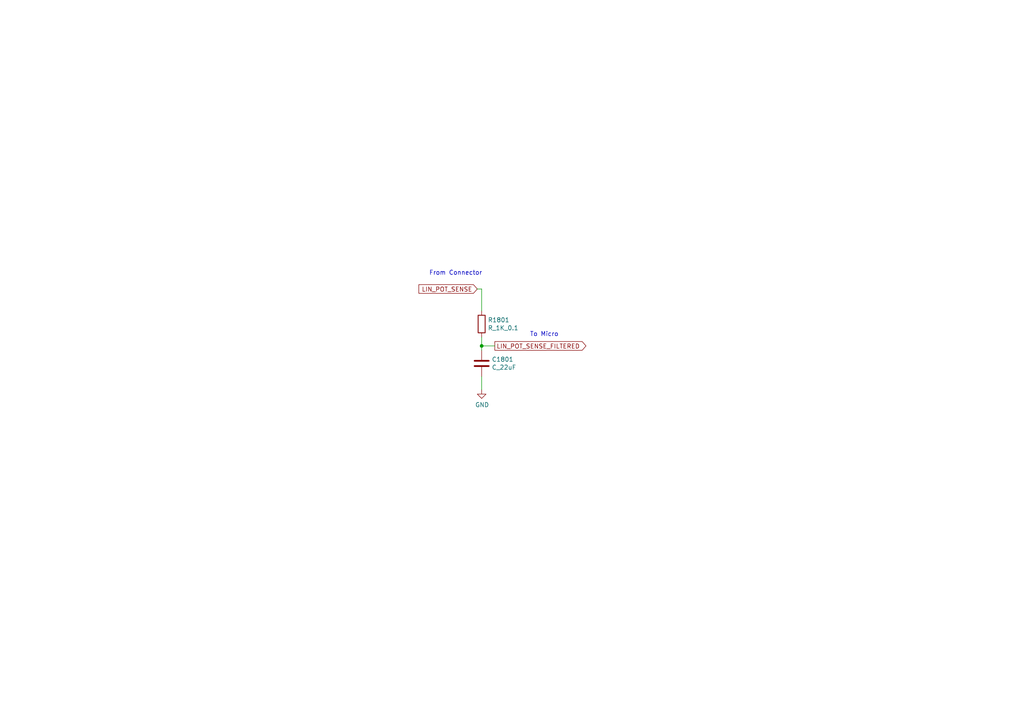
<source format=kicad_sch>
(kicad_sch (version 20211123) (generator eeschema)
  (paper "A4")
  (lib_symbols
    (symbol "formula:C_22uF" (pin_numbers hide) (pin_names (offset 0.254))
      (property "Reference" "C" (at 0.635 2.54 0))
      (property "Value" "C_22uF" (at 0.635 -2.54 0))
      (symbol "C_22uF_0_1"
        (polyline (pts (xy -2.032 -0.762) (xy 2.032 -0.762)) (stroke (width 0.508)))
        (polyline (pts (xy -2.032 0.762) (xy 2.032 0.762)) (stroke (width 0.508)))
      )
      (symbol "C_22uF_1_1"
        (pin passive line (at 0 3.81 270) (length 2.794) (name "~") (number "1"))
        (pin passive line (at 0 -3.81 90) (length 2.794) (name "~") (number "2"))
      )
    )
    (symbol "formula:R_1K_0.1" (pin_numbers hide) (pin_names (offset 0))
      (property "Reference" "R" (at 2.032 0 90))
      (property "Value" "R_1K_0.1" (at -2.54 0 90))
      (symbol "R_1K_0.1_0_1"
        (rectangle (start -1.016 -2.54) (end 1.016 2.54) (stroke (width 0.254)))
      )
      (symbol "R_1K_0.1_1_1"
        (pin passive line (at 0 3.81 270) (length 1.27) (name "~") (number "1"))
        (pin passive line (at 0 -3.81 90) (length 1.27) (name "~") (number "2"))
      )
    )
    (symbol "power:GND" (power) (pin_names (offset 0))
      (property "Value" "power_GND" (at 0 -3.81 0))
      (symbol "GND_0_1"
        (polyline (pts (xy 0 0) (xy 0 -1.27) (xy 1.27 -1.27) (xy 0 -2.54) (xy -1.27 -1.27) (xy 0 -1.27)))
      )
      (symbol "GND_1_1"
        (pin power_in line (at 0 0 270) (length 0) hide (name "GND") (number "1"))
      )
    )
  )
  (junction (at 139.7 100.33))
  (wire (pts (xy 139.7 90.17) (xy 139.7 83.82)))
  (wire (pts (xy 138.43 83.82) (xy 139.7 83.82)))
  (wire (pts (xy 139.7 97.79) (xy 139.7 100.33)))
  (wire (pts (xy 139.7 100.33) (xy 143.51 100.33)))
  (wire (pts (xy 139.7 100.33) (xy 139.7 101.6)))
  (wire (pts (xy 139.7 109.22) (xy 139.7 113.03)))
  (text "From Connector" (at 124.46 80.01 0) (effects (font (size 1.27 1.27)) (justify left bottom)))
  (text "To Micro" (at 153.67 97.79 0) (effects (font (size 1.27 1.27)) (justify left bottom)))
  (global_label "LIN_POT_SENSE" (shape input) (at 138.43 83.82 180) (property "Intersheet References" "${INTERSHEET_REFS}" (effects hide)))
  (global_label "LIN_POT_SENSE_FILTERED" (shape output) (at 143.51 100.33 0) (property "Intersheet References" "${INTERSHEET_REFS}" (effects hide)))
  (symbol (lib_id "formula:R_1K_0.1") (at 139.7 93.98 0) (unit 1)
    (property "Reference" "R1801" (at 141.478 92.8116 0) (effects (justify left)))
    (property "Value" "R_1K_0.1" (at 141.478 95.123 0) (effects (justify left)))
    (property "Footprint" "footprints:R_0805_OEM" (effects hide))
    (property "Datasheet" "https://industrial.panasonic.com/cdbs/www-data/pdf/RDM0000/AOA0000C307.pdf" (effects hide))
    (property "MFN" "DK" (effects hide))
    (property "MPN" "P1.0KDACT-ND" (effects hide))
    (property "PurchasingLink" "https://www.digikey.com/product-detail/en/panasonic-electronic-components/ERA-6AEB102V/P1.0KDACT-ND/1465947" (effects hide))
  )
  (symbol (lib_id "formula:C_22uF") (at 139.7 105.41 0) (unit 1)
    (property "Reference" "C1801" (at 142.621 104.2416 0) (effects (justify left)))
    (property "Value" "C_22uF" (at 142.621 106.553 0) (effects (justify left)))
    (property "Footprint" "footprints:C_1206_OEM" (effects hide))
    (property "Datasheet" "https://product.tdk.com/info/en/catalog/datasheets/mlcc_commercial_general_en.pdf" (effects hide))
    (property "MFN" "DK" (effects hide))
    (property "MPN" "445-11693-1-ND" (effects hide))
    (property "PurchasingLink" "https://www.digikey.com/product-detail/en/tdk-corporation/C3216JB1C226M160AB/445-11693-1-ND/3953359" (effects hide))
  )
  (symbol (lib_id "power:GND") (at 139.7 113.03 0) (unit 1)
    (property "Reference" "#PWR?" (effects hide))
    (property "Value" "GND" (at 139.827 117.4242 0))
  )
)
</source>
